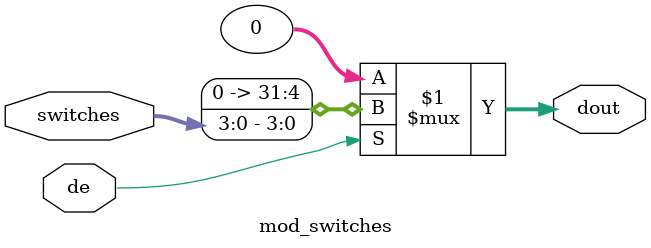
<source format=v>
/* 
David Fritz

switches control module

2.23.2010
*/

/*
There are 4 switches on the Spartan3E board, and they are addressable as the last nibble of the returned word
*/

module mod_switches(de, dout, switches);
	input de;
	output [31:0] dout;
	input [3:0] switches;

	assign dout = de ? {28'h0000000,switches} : 32'h00000000;
endmodule

</source>
